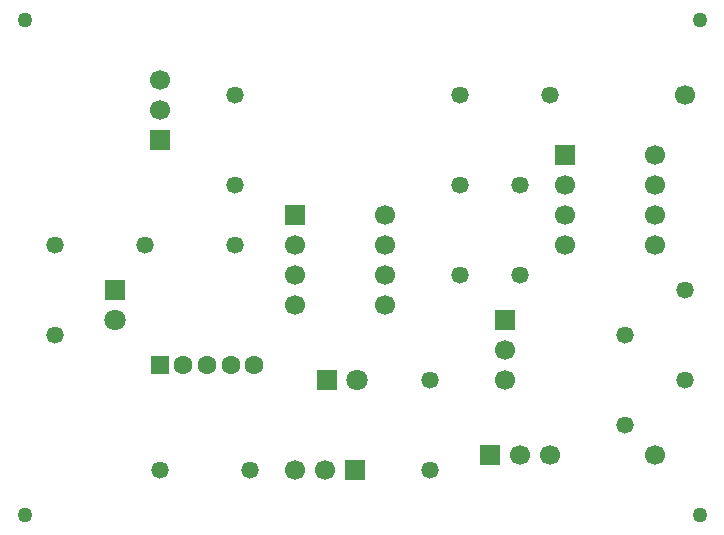
<source format=gts>
G04 DipTrace 3.2.0.1*
G04 TopMask.gts*
%MOIN*%
G04 #@! TF.FileFunction,Soldermask,Top*
G04 #@! TF.Part,Single*
%ADD16C,0.05*%
%ADD19R,0.062992X0.062992*%
%ADD31C,0.066929*%
%ADD33C,0.062992*%
%ADD36C,0.066929*%
%ADD38R,0.066929X0.066929*%
%ADD40R,0.070866X0.070866*%
%ADD41C,0.070866*%
%ADD43C,0.057874*%
%ADD45C,0.057874*%
%FSLAX26Y26*%
G04*
G70*
G90*
G75*
G01*
G04 TopMask*
%LPD*%
D45*
X2493701Y1093701D3*
D43*
Y793701D3*
D45*
X1193701Y1393701D3*
D43*
X893701D3*
D45*
X1243701Y644134D3*
D43*
X943701D3*
D41*
X1601568Y942127D3*
D40*
X1501568D3*
D45*
X1843701Y643701D3*
D43*
Y943701D3*
D41*
X793701Y1143701D3*
D40*
Y1243701D3*
D45*
X2693701Y943701D3*
D43*
Y1243701D3*
D45*
X1193701Y1593701D3*
D43*
Y1893701D3*
D38*
X1593701Y643701D3*
D36*
X1493701D3*
X1393701D3*
D45*
X593701Y1393701D3*
D43*
Y1093701D3*
D45*
X2243701Y1893701D3*
D43*
X1943701D3*
D45*
Y1593701D3*
D43*
Y1293701D3*
D38*
X2093701Y1143701D3*
D36*
Y1043701D3*
Y943701D3*
D38*
X2043701Y693701D3*
D36*
X2143701D3*
X2243701D3*
D45*
X2143701Y1293701D3*
D43*
Y1593701D3*
D38*
X943701Y1743701D3*
D36*
Y1843701D3*
Y1943701D3*
D38*
X1393701Y1493701D3*
D36*
Y1393701D3*
Y1293701D3*
Y1193701D3*
X1693701D3*
Y1293701D3*
Y1393701D3*
Y1493701D3*
D19*
X943701Y993701D3*
D33*
X1022441D3*
X1101181D3*
X1179921D3*
X1258661D3*
D16*
X493701Y2143701D3*
X2743701D3*
Y493701D3*
X493701D3*
D31*
X2593701Y693701D3*
X2693701Y1893701D3*
D38*
X2293701Y1693701D3*
D36*
Y1593701D3*
Y1493701D3*
Y1393701D3*
X2593701D3*
Y1493701D3*
Y1593701D3*
Y1693701D3*
M02*

</source>
